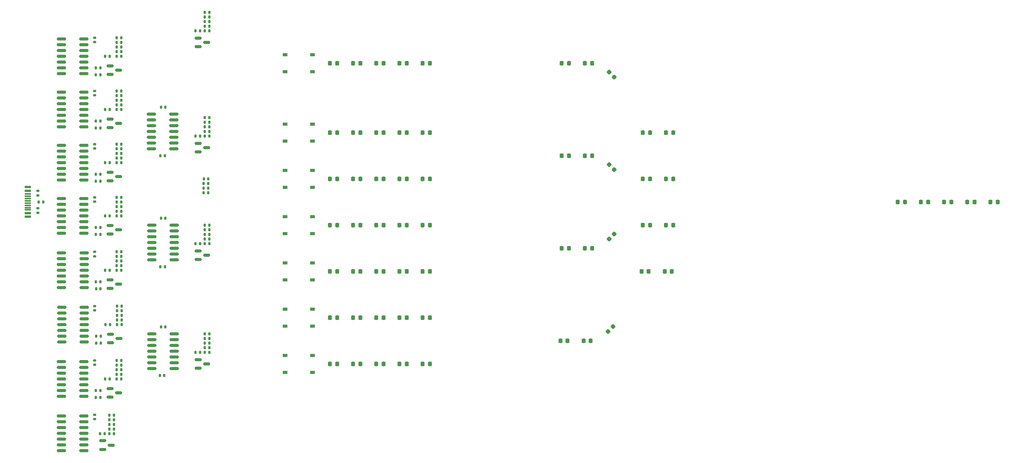
<source format=gbr>
%TF.GenerationSoftware,KiCad,Pcbnew,(6.0.9)*%
%TF.CreationDate,2022-11-25T00:28:20+02:00*%
%TF.ProjectId,maru-logic,6d617275-2d6c-46f6-9769-632e6b696361,rev?*%
%TF.SameCoordinates,Original*%
%TF.FileFunction,Paste,Top*%
%TF.FilePolarity,Positive*%
%FSLAX46Y46*%
G04 Gerber Fmt 4.6, Leading zero omitted, Abs format (unit mm)*
G04 Created by KiCad (PCBNEW (6.0.9)) date 2022-11-25 00:28:20*
%MOMM*%
%LPD*%
G01*
G04 APERTURE LIST*
G04 Aperture macros list*
%AMRoundRect*
0 Rectangle with rounded corners*
0 $1 Rounding radius*
0 $2 $3 $4 $5 $6 $7 $8 $9 X,Y pos of 4 corners*
0 Add a 4 corners polygon primitive as box body*
4,1,4,$2,$3,$4,$5,$6,$7,$8,$9,$2,$3,0*
0 Add four circle primitives for the rounded corners*
1,1,$1+$1,$2,$3*
1,1,$1+$1,$4,$5*
1,1,$1+$1,$6,$7*
1,1,$1+$1,$8,$9*
0 Add four rect primitives between the rounded corners*
20,1,$1+$1,$2,$3,$4,$5,0*
20,1,$1+$1,$4,$5,$6,$7,0*
20,1,$1+$1,$6,$7,$8,$9,0*
20,1,$1+$1,$8,$9,$2,$3,0*%
G04 Aperture macros list end*
%ADD10RoundRect,0.218750X-0.218750X-0.256250X0.218750X-0.256250X0.218750X0.256250X-0.218750X0.256250X0*%
%ADD11RoundRect,0.218750X-0.335876X-0.026517X-0.026517X-0.335876X0.335876X0.026517X0.026517X0.335876X0*%
%ADD12RoundRect,0.218750X0.026517X-0.335876X0.335876X-0.026517X-0.026517X0.335876X-0.335876X0.026517X0*%
%ADD13RoundRect,0.135000X0.135000X0.185000X-0.135000X0.185000X-0.135000X-0.185000X0.135000X-0.185000X0*%
%ADD14RoundRect,0.140000X-0.140000X-0.170000X0.140000X-0.170000X0.140000X0.170000X-0.140000X0.170000X0*%
%ADD15RoundRect,0.150000X-0.587500X-0.150000X0.587500X-0.150000X0.587500X0.150000X-0.587500X0.150000X0*%
%ADD16R,1.000000X0.750000*%
%ADD17R,1.450000X0.600000*%
%ADD18R,1.450000X0.300000*%
%ADD19RoundRect,0.140000X0.140000X0.170000X-0.140000X0.170000X-0.140000X-0.170000X0.140000X-0.170000X0*%
%ADD20RoundRect,0.150000X-0.825000X-0.150000X0.825000X-0.150000X0.825000X0.150000X-0.825000X0.150000X0*%
%ADD21RoundRect,0.135000X-0.135000X-0.185000X0.135000X-0.185000X0.135000X0.185000X-0.135000X0.185000X0*%
%ADD22RoundRect,0.140000X-0.170000X0.140000X-0.170000X-0.140000X0.170000X-0.140000X0.170000X0.140000X0*%
%ADD23RoundRect,0.135000X0.185000X-0.135000X0.185000X0.135000X-0.185000X0.135000X-0.185000X-0.135000X0*%
%ADD24RoundRect,0.135000X-0.185000X0.135000X-0.185000X-0.135000X0.185000X-0.135000X0.185000X0.135000X0*%
G04 APERTURE END LIST*
D10*
%TO.C,D60*%
X136372500Y-81280000D03*
X137947500Y-81280000D03*
%TD*%
%TO.C,D59*%
X131292500Y-81280000D03*
X132867500Y-81280000D03*
%TD*%
%TO.C,D58*%
X126212500Y-81280000D03*
X127787500Y-81280000D03*
%TD*%
%TO.C,D57*%
X121132500Y-81280000D03*
X122707500Y-81280000D03*
%TD*%
%TO.C,D56*%
X116052500Y-81280000D03*
X117627500Y-81280000D03*
%TD*%
%TO.C,D55*%
X136372500Y-71120000D03*
X137947500Y-71120000D03*
%TD*%
%TO.C,D54*%
X131292500Y-71120000D03*
X132867500Y-71120000D03*
%TD*%
%TO.C,D53*%
X126212500Y-71120000D03*
X127787500Y-71120000D03*
%TD*%
%TO.C,D52*%
X121132500Y-71120000D03*
X122707500Y-71120000D03*
%TD*%
%TO.C,D51*%
X116052500Y-71120000D03*
X117627500Y-71120000D03*
%TD*%
%TO.C,D50*%
X136372500Y-60960000D03*
X137947500Y-60960000D03*
%TD*%
%TO.C,D49*%
X131292500Y-60960000D03*
X132867500Y-60960000D03*
%TD*%
%TO.C,D48*%
X126212500Y-60960000D03*
X127787500Y-60960000D03*
%TD*%
%TO.C,D47*%
X121132500Y-60960000D03*
X122707500Y-60960000D03*
%TD*%
%TO.C,D46*%
X116052500Y-60960000D03*
X117627500Y-60960000D03*
%TD*%
%TO.C,D45*%
X136372500Y-50800000D03*
X137947500Y-50800000D03*
%TD*%
%TO.C,D44*%
X131292500Y-50800000D03*
X132867500Y-50800000D03*
%TD*%
%TO.C,D43*%
X126212500Y-50800000D03*
X127787500Y-50800000D03*
%TD*%
%TO.C,D42*%
X121132500Y-50800000D03*
X122707500Y-50800000D03*
%TD*%
%TO.C,D41*%
X116052500Y-50800000D03*
X117627500Y-50800000D03*
%TD*%
%TO.C,D40*%
X136372500Y-101600000D03*
X137947500Y-101600000D03*
%TD*%
%TO.C,D39*%
X131292500Y-101600000D03*
X132867500Y-101600000D03*
%TD*%
%TO.C,D38*%
X126212500Y-101600000D03*
X127787500Y-101600000D03*
%TD*%
%TO.C,D37*%
X121132500Y-101600000D03*
X122707500Y-101600000D03*
%TD*%
%TO.C,D36*%
X116052500Y-101600000D03*
X117627500Y-101600000D03*
%TD*%
%TO.C,D35*%
X136372500Y-91440000D03*
X137947500Y-91440000D03*
%TD*%
%TO.C,D34*%
X131292500Y-91440000D03*
X132867500Y-91440000D03*
%TD*%
%TO.C,D33*%
X126212500Y-91440000D03*
X127787500Y-91440000D03*
%TD*%
%TO.C,D32*%
X121132500Y-91440000D03*
X122707500Y-91440000D03*
%TD*%
%TO.C,D31*%
X116052500Y-91440000D03*
X117627500Y-91440000D03*
%TD*%
%TO.C,D30*%
X136372500Y-35560000D03*
X137947500Y-35560000D03*
%TD*%
%TO.C,D29*%
X131292500Y-35560000D03*
X132867500Y-35560000D03*
%TD*%
%TO.C,D28*%
X126212500Y-35560000D03*
X127787500Y-35560000D03*
%TD*%
%TO.C,D27*%
X121132500Y-35560000D03*
X122707500Y-35560000D03*
%TD*%
%TO.C,D26*%
X116052500Y-35560000D03*
X117627500Y-35560000D03*
%TD*%
%TO.C,D25*%
X260832500Y-66040000D03*
X262407500Y-66040000D03*
%TD*%
%TO.C,D24*%
X255752500Y-66040000D03*
X257327500Y-66040000D03*
%TD*%
%TO.C,D23*%
X250672500Y-66040000D03*
X252247500Y-66040000D03*
%TD*%
%TO.C,D22*%
X245592500Y-66040000D03*
X247167500Y-66040000D03*
%TD*%
%TO.C,D21*%
X240512500Y-66040000D03*
X242087500Y-66040000D03*
%TD*%
%TO.C,D20*%
X189712500Y-50800000D03*
X191287500Y-50800000D03*
%TD*%
%TO.C,D19*%
X184632500Y-50800000D03*
X186207500Y-50800000D03*
%TD*%
D11*
%TO.C,D18*%
X177243153Y-37543153D03*
X178356847Y-38656847D03*
%TD*%
D10*
%TO.C,D17*%
X171932500Y-35560000D03*
X173507500Y-35560000D03*
%TD*%
%TO.C,D16*%
X166852500Y-35560000D03*
X168427500Y-35560000D03*
%TD*%
%TO.C,D15*%
X189712500Y-71120000D03*
X191287500Y-71120000D03*
%TD*%
%TO.C,D14*%
X184632500Y-71120000D03*
X186207500Y-71120000D03*
%TD*%
D12*
%TO.C,D13*%
X177243153Y-74216847D03*
X178356847Y-73103153D03*
%TD*%
D10*
%TO.C,D12*%
X171932500Y-76200000D03*
X173507500Y-76200000D03*
%TD*%
%TO.C,D11*%
X166852500Y-76200000D03*
X168427500Y-76200000D03*
%TD*%
%TO.C,D10*%
X189712500Y-60960000D03*
X191287500Y-60960000D03*
%TD*%
%TO.C,D9*%
X184632500Y-60960000D03*
X186207500Y-60960000D03*
%TD*%
D11*
%TO.C,D8*%
X177243153Y-57863153D03*
X178356847Y-58976847D03*
%TD*%
D10*
%TO.C,D7*%
X171932500Y-55880000D03*
X173507500Y-55880000D03*
%TD*%
%TO.C,D6*%
X166852500Y-55880000D03*
X168427500Y-55880000D03*
%TD*%
%TO.C,D5*%
X189433000Y-81280000D03*
X191008000Y-81280000D03*
%TD*%
%TO.C,D4*%
X184353000Y-81280000D03*
X185928000Y-81280000D03*
%TD*%
D12*
%TO.C,D3*%
X176963653Y-94536847D03*
X178077347Y-93423153D03*
%TD*%
D10*
%TO.C,D2*%
X171653000Y-96520000D03*
X173228000Y-96520000D03*
%TD*%
%TO.C,D1*%
X166573000Y-96520000D03*
X168148000Y-96520000D03*
%TD*%
D13*
%TO.C,R15*%
X89631000Y-98044000D03*
X88611000Y-98044000D03*
%TD*%
%TO.C,R56*%
X70325000Y-104902000D03*
X69305000Y-104902000D03*
%TD*%
D14*
%TO.C,C19*%
X64763000Y-108966000D03*
X65723000Y-108966000D03*
%TD*%
D13*
%TO.C,R30*%
X89629000Y-71120000D03*
X88609000Y-71120000D03*
%TD*%
D15*
%TO.C,Q11*%
X67861500Y-71186000D03*
X67861500Y-73086000D03*
X69736500Y-72136000D03*
%TD*%
D16*
%TO.C,SW1*%
X112220000Y-33685000D03*
X106220000Y-33685000D03*
X106220000Y-37435000D03*
X112220000Y-37435000D03*
%TD*%
D17*
%TO.C,J1*%
X49810000Y-62790000D03*
X49810000Y-63590000D03*
D18*
X49810000Y-64790000D03*
X49810000Y-65790000D03*
X49810000Y-66290000D03*
X49810000Y-67290000D03*
D17*
X49810000Y-68490000D03*
X49810000Y-69290000D03*
X49810000Y-69290000D03*
X49810000Y-68490000D03*
D18*
X49810000Y-67790000D03*
X49810000Y-66790000D03*
X49810000Y-65290000D03*
X49810000Y-64290000D03*
D17*
X49810000Y-63590000D03*
X49810000Y-62790000D03*
%TD*%
D13*
%TO.C,R27*%
X89629000Y-74168000D03*
X88609000Y-74168000D03*
%TD*%
%TO.C,R8*%
X65753000Y-107442000D03*
X64733000Y-107442000D03*
%TD*%
%TO.C,R64*%
X70327000Y-43688000D03*
X69307000Y-43688000D03*
%TD*%
D19*
%TO.C,C12*%
X79728000Y-104140000D03*
X78768000Y-104140000D03*
%TD*%
D20*
%TO.C,U4*%
X57175701Y-113034299D03*
X57175701Y-114304299D03*
X57175701Y-115574299D03*
X57175701Y-116844299D03*
X57175701Y-118114299D03*
X57175701Y-119384299D03*
X57175701Y-120654299D03*
X62125701Y-120654299D03*
X62125701Y-119384299D03*
X62125701Y-118114299D03*
X62125701Y-116844299D03*
X62125701Y-115574299D03*
X62125701Y-114304299D03*
X62125701Y-113034299D03*
%TD*%
D13*
%TO.C,R77*%
X70323000Y-66040000D03*
X69303000Y-66040000D03*
%TD*%
D21*
%TO.C,R49*%
X66843500Y-92964000D03*
X67863500Y-92964000D03*
%TD*%
D13*
%TO.C,R62*%
X70327000Y-45720000D03*
X69307000Y-45720000D03*
%TD*%
%TO.C,R46*%
X70325000Y-32004000D03*
X69305000Y-32004000D03*
%TD*%
D22*
%TO.C,C9*%
X64516000Y-77018000D03*
X64516000Y-77978000D03*
%TD*%
D13*
%TO.C,R9*%
X65755000Y-48260000D03*
X64735000Y-48260000D03*
%TD*%
D14*
%TO.C,C18*%
X64841500Y-97028000D03*
X65801500Y-97028000D03*
%TD*%
D15*
%TO.C,Q3*%
X87165500Y-76774000D03*
X87165500Y-78674000D03*
X89040500Y-77724000D03*
%TD*%
D14*
%TO.C,C22*%
X64763000Y-73152000D03*
X65723000Y-73152000D03*
%TD*%
D13*
%TO.C,R50*%
X70403500Y-92964000D03*
X69383500Y-92964000D03*
%TD*%
D21*
%TO.C,R61*%
X66767000Y-45720000D03*
X67787000Y-45720000D03*
%TD*%
D13*
%TO.C,R24*%
X89629000Y-47498000D03*
X88609000Y-47498000D03*
%TD*%
%TO.C,R2*%
X89410000Y-62992000D03*
X88390000Y-62992000D03*
%TD*%
D23*
%TO.C,R5*%
X52070000Y-68455000D03*
X52070000Y-67435000D03*
%TD*%
D13*
%TO.C,R80*%
X70357500Y-81026000D03*
X69337500Y-81026000D03*
%TD*%
D22*
%TO.C,C14*%
X64516000Y-112804000D03*
X64516000Y-113764000D03*
%TD*%
D13*
%TO.C,R54*%
X70403500Y-88900000D03*
X69383500Y-88900000D03*
%TD*%
%TO.C,R6*%
X65753000Y-36576000D03*
X64733000Y-36576000D03*
%TD*%
D21*
%TO.C,R1*%
X88390000Y-61976000D03*
X89410000Y-61976000D03*
%TD*%
D13*
%TO.C,R78*%
X70325000Y-65024000D03*
X69305000Y-65024000D03*
%TD*%
D22*
%TO.C,C5*%
X64516000Y-53368000D03*
X64516000Y-54328000D03*
%TD*%
D19*
%TO.C,C16*%
X79855000Y-80264000D03*
X78895000Y-80264000D03*
%TD*%
D13*
%TO.C,R28*%
X89629000Y-73152000D03*
X88609000Y-73152000D03*
%TD*%
%TO.C,R74*%
X70325000Y-69088000D03*
X69305000Y-69088000D03*
%TD*%
%TO.C,R58*%
X70325000Y-102870000D03*
X69305000Y-102870000D03*
%TD*%
%TO.C,R84*%
X70357500Y-76962000D03*
X69337500Y-76962000D03*
%TD*%
%TO.C,R45*%
X70325000Y-33020000D03*
X69305000Y-33020000D03*
%TD*%
%TO.C,R57*%
X70325000Y-103886000D03*
X69305000Y-103886000D03*
%TD*%
D15*
%TO.C,Q12*%
X67894000Y-83124000D03*
X67894000Y-85024000D03*
X69769000Y-84074000D03*
%TD*%
D13*
%TO.C,R20*%
X89629000Y-51562000D03*
X88609000Y-51562000D03*
%TD*%
D14*
%TO.C,C17*%
X64763000Y-38100000D03*
X65723000Y-38100000D03*
%TD*%
D21*
%TO.C,R67*%
X66765000Y-57404000D03*
X67785000Y-57404000D03*
%TD*%
D19*
%TO.C,C8*%
X79855000Y-55880000D03*
X78895000Y-55880000D03*
%TD*%
D13*
%TO.C,R51*%
X70403500Y-91948000D03*
X69383500Y-91948000D03*
%TD*%
D15*
%TO.C,Q1*%
X87165500Y-100650000D03*
X87165500Y-102550000D03*
X89040500Y-101600000D03*
%TD*%
D14*
%TO.C,C21*%
X64763000Y-61468000D03*
X65723000Y-61468000D03*
%TD*%
D13*
%TO.C,R42*%
X68718201Y-112846299D03*
X67698201Y-112846299D03*
%TD*%
D24*
%TO.C,R4*%
X52070000Y-63625000D03*
X52070000Y-64645000D03*
%TD*%
D16*
%TO.C,SW3*%
X106220000Y-99725000D03*
X112220000Y-99725000D03*
X112220000Y-103475000D03*
X106220000Y-103475000D03*
%TD*%
D20*
%TO.C,U9*%
X57180000Y-53594000D03*
X57180000Y-54864000D03*
X57180000Y-56134000D03*
X57180000Y-57404000D03*
X57180000Y-58674000D03*
X57180000Y-59944000D03*
X57180000Y-61214000D03*
X62130000Y-61214000D03*
X62130000Y-59944000D03*
X62130000Y-58674000D03*
X62130000Y-57404000D03*
X62130000Y-56134000D03*
X62130000Y-54864000D03*
X62130000Y-53594000D03*
%TD*%
D13*
%TO.C,R41*%
X68718201Y-113862299D03*
X67698201Y-113862299D03*
%TD*%
%TO.C,R39*%
X68718201Y-115894299D03*
X67698201Y-115894299D03*
%TD*%
%TO.C,R40*%
X68718201Y-114878299D03*
X67698201Y-114878299D03*
%TD*%
D19*
%TO.C,C11*%
X79982000Y-45212000D03*
X79022000Y-45212000D03*
%TD*%
D22*
%TO.C,C10*%
X64516000Y-88928000D03*
X64516000Y-89888000D03*
%TD*%
D16*
%TO.C,SW6*%
X112220000Y-69245000D03*
X106220000Y-69245000D03*
X112220000Y-72995000D03*
X106220000Y-72995000D03*
%TD*%
D13*
%TO.C,R11*%
X65753000Y-71628000D03*
X64733000Y-71628000D03*
%TD*%
D20*
%TO.C,U3*%
X76992000Y-94996000D03*
X76992000Y-96266000D03*
X76992000Y-97536000D03*
X76992000Y-98806000D03*
X76992000Y-100076000D03*
X76992000Y-101346000D03*
X76992000Y-102616000D03*
X81942000Y-102616000D03*
X81942000Y-101346000D03*
X81942000Y-100076000D03*
X81942000Y-98806000D03*
X81942000Y-97536000D03*
X81942000Y-96266000D03*
X81942000Y-94996000D03*
%TD*%
D13*
%TO.C,R72*%
X70325000Y-53340000D03*
X69305000Y-53340000D03*
%TD*%
%TO.C,R65*%
X70325000Y-42672000D03*
X69305000Y-42672000D03*
%TD*%
%TO.C,R68*%
X70325000Y-57404000D03*
X69305000Y-57404000D03*
%TD*%
%TO.C,R82*%
X70357500Y-78994000D03*
X69337500Y-78994000D03*
%TD*%
D14*
%TO.C,C23*%
X64795500Y-85090000D03*
X65755500Y-85090000D03*
%TD*%
%TO.C,C20*%
X64765000Y-49784000D03*
X65725000Y-49784000D03*
%TD*%
D16*
%TO.C,SW2*%
X112220000Y-89565000D03*
X106220000Y-89565000D03*
X106220000Y-93315000D03*
X112220000Y-93315000D03*
%TD*%
D15*
%TO.C,Q6*%
X67861500Y-36134000D03*
X67861500Y-38034000D03*
X69736500Y-37084000D03*
%TD*%
D13*
%TO.C,R59*%
X70323000Y-101854000D03*
X69303000Y-101854000D03*
%TD*%
D15*
%TO.C,Q9*%
X67863500Y-47818000D03*
X67863500Y-49718000D03*
X69738500Y-48768000D03*
%TD*%
D20*
%TO.C,U10*%
X57180000Y-65278000D03*
X57180000Y-66548000D03*
X57180000Y-67818000D03*
X57180000Y-69088000D03*
X57180000Y-70358000D03*
X57180000Y-71628000D03*
X57180000Y-72898000D03*
X62130000Y-72898000D03*
X62130000Y-71628000D03*
X62130000Y-70358000D03*
X62130000Y-69088000D03*
X62130000Y-67818000D03*
X62130000Y-66548000D03*
X62130000Y-65278000D03*
%TD*%
D13*
%TO.C,R60*%
X70325000Y-100838000D03*
X69305000Y-100838000D03*
%TD*%
%TO.C,R76*%
X70325000Y-67056000D03*
X69305000Y-67056000D03*
%TD*%
%TO.C,R7*%
X65831500Y-95504000D03*
X64811500Y-95504000D03*
%TD*%
D14*
%TO.C,C4*%
X88420000Y-60960000D03*
X89380000Y-60960000D03*
%TD*%
D21*
%TO.C,R19*%
X86577000Y-51562000D03*
X87597000Y-51562000D03*
%TD*%
D13*
%TO.C,R52*%
X70403500Y-90932000D03*
X69383500Y-90932000D03*
%TD*%
%TO.C,R83*%
X70355500Y-77978000D03*
X69335500Y-77978000D03*
%TD*%
D21*
%TO.C,R55*%
X66765000Y-104902000D03*
X67785000Y-104902000D03*
%TD*%
D13*
%TO.C,R18*%
X89627000Y-94996000D03*
X88607000Y-94996000D03*
%TD*%
D16*
%TO.C,SW7*%
X106220000Y-79405000D03*
X112220000Y-79405000D03*
X106220000Y-83155000D03*
X112220000Y-83155000D03*
%TD*%
%TO.C,SW5*%
X106220000Y-59085000D03*
X112220000Y-59085000D03*
X106220000Y-62835000D03*
X112220000Y-62835000D03*
%TD*%
D13*
%TO.C,R33*%
X89631000Y-27432000D03*
X88611000Y-27432000D03*
%TD*%
%TO.C,R48*%
X70325000Y-29972000D03*
X69305000Y-29972000D03*
%TD*%
D21*
%TO.C,R73*%
X66765000Y-69088000D03*
X67785000Y-69088000D03*
%TD*%
%TO.C,R37*%
X65666201Y-116910299D03*
X66686201Y-116910299D03*
%TD*%
D13*
%TO.C,R44*%
X70325000Y-34036000D03*
X69305000Y-34036000D03*
%TD*%
D15*
%TO.C,Q5*%
X66254701Y-118500299D03*
X66254701Y-120400299D03*
X68129701Y-119450299D03*
%TD*%
D13*
%TO.C,R34*%
X89629000Y-26416000D03*
X88609000Y-26416000D03*
%TD*%
%TO.C,R47*%
X70323000Y-30988000D03*
X69303000Y-30988000D03*
%TD*%
D20*
%TO.C,U8*%
X57182000Y-41910000D03*
X57182000Y-43180000D03*
X57182000Y-44450000D03*
X57182000Y-45720000D03*
X57182000Y-46990000D03*
X57182000Y-48260000D03*
X57182000Y-49530000D03*
X62132000Y-49530000D03*
X62132000Y-48260000D03*
X62132000Y-46990000D03*
X62132000Y-45720000D03*
X62132000Y-44450000D03*
X62132000Y-43180000D03*
X62132000Y-41910000D03*
%TD*%
D22*
%TO.C,C13*%
X64516000Y-100866000D03*
X64516000Y-101826000D03*
%TD*%
D16*
%TO.C,SW4*%
X112220000Y-48925000D03*
X106220000Y-48925000D03*
X106220000Y-52675000D03*
X112220000Y-52675000D03*
%TD*%
D21*
%TO.C,R31*%
X86577000Y-28448000D03*
X87597000Y-28448000D03*
%TD*%
D13*
%TO.C,R12*%
X65785500Y-83566000D03*
X64765500Y-83566000D03*
%TD*%
%TO.C,R69*%
X70325000Y-56388000D03*
X69305000Y-56388000D03*
%TD*%
%TO.C,R63*%
X70327000Y-44704000D03*
X69307000Y-44704000D03*
%TD*%
%TO.C,R53*%
X70401500Y-89916000D03*
X69381500Y-89916000D03*
%TD*%
D19*
%TO.C,C15*%
X53185000Y-66040000D03*
X52225000Y-66040000D03*
%TD*%
D20*
%TO.C,U1*%
X76927000Y-46736000D03*
X76927000Y-48006000D03*
X76927000Y-49276000D03*
X76927000Y-50546000D03*
X76927000Y-51816000D03*
X76927000Y-53086000D03*
X76927000Y-54356000D03*
X81877000Y-54356000D03*
X81877000Y-53086000D03*
X81877000Y-51816000D03*
X81877000Y-50546000D03*
X81877000Y-49276000D03*
X81877000Y-48006000D03*
X81877000Y-46736000D03*
%TD*%
D13*
%TO.C,R14*%
X89631000Y-99060000D03*
X88611000Y-99060000D03*
%TD*%
%TO.C,R38*%
X68718201Y-116910299D03*
X67698201Y-116910299D03*
%TD*%
%TO.C,R32*%
X89631000Y-28448000D03*
X88611000Y-28448000D03*
%TD*%
D22*
%TO.C,C2*%
X64516000Y-41684000D03*
X64516000Y-42644000D03*
%TD*%
D19*
%TO.C,C7*%
X79982000Y-69596000D03*
X79022000Y-69596000D03*
%TD*%
D15*
%TO.C,Q10*%
X67861500Y-59502000D03*
X67861500Y-61402000D03*
X69736500Y-60452000D03*
%TD*%
D13*
%TO.C,R81*%
X70357500Y-80010000D03*
X69337500Y-80010000D03*
%TD*%
%TO.C,R17*%
X89629000Y-96012000D03*
X88609000Y-96012000D03*
%TD*%
D21*
%TO.C,R13*%
X86575000Y-99060000D03*
X87595000Y-99060000D03*
%TD*%
D20*
%TO.C,U7*%
X57180000Y-101092000D03*
X57180000Y-102362000D03*
X57180000Y-103632000D03*
X57180000Y-104902000D03*
X57180000Y-106172000D03*
X57180000Y-107442000D03*
X57180000Y-108712000D03*
X62130000Y-108712000D03*
X62130000Y-107442000D03*
X62130000Y-106172000D03*
X62130000Y-104902000D03*
X62130000Y-103632000D03*
X62130000Y-102362000D03*
X62130000Y-101092000D03*
%TD*%
%TO.C,U11*%
X57212500Y-77216000D03*
X57212500Y-78486000D03*
X57212500Y-79756000D03*
X57212500Y-81026000D03*
X57212500Y-82296000D03*
X57212500Y-83566000D03*
X57212500Y-84836000D03*
X62162500Y-84836000D03*
X62162500Y-83566000D03*
X62162500Y-82296000D03*
X62162500Y-81026000D03*
X62162500Y-79756000D03*
X62162500Y-78486000D03*
X62162500Y-77216000D03*
%TD*%
D15*
%TO.C,Q7*%
X67940000Y-95062000D03*
X67940000Y-96962000D03*
X69815000Y-96012000D03*
%TD*%
D13*
%TO.C,R36*%
X89627000Y-24384000D03*
X88607000Y-24384000D03*
%TD*%
D15*
%TO.C,Q8*%
X67861500Y-107000000D03*
X67861500Y-108900000D03*
X69736500Y-107950000D03*
%TD*%
D13*
%TO.C,R16*%
X89629000Y-97028000D03*
X88609000Y-97028000D03*
%TD*%
%TO.C,R66*%
X70327000Y-41656000D03*
X69307000Y-41656000D03*
%TD*%
D22*
%TO.C,C6*%
X64516000Y-65023999D03*
X64516000Y-65983999D03*
%TD*%
D20*
%TO.C,U2*%
X76992000Y-71120000D03*
X76992000Y-72390000D03*
X76992000Y-73660000D03*
X76992000Y-74930000D03*
X76992000Y-76200000D03*
X76992000Y-77470000D03*
X76992000Y-78740000D03*
X81942000Y-78740000D03*
X81942000Y-77470000D03*
X81942000Y-76200000D03*
X81942000Y-74930000D03*
X81942000Y-73660000D03*
X81942000Y-72390000D03*
X81942000Y-71120000D03*
%TD*%
D13*
%TO.C,R29*%
X89629000Y-72136000D03*
X88609000Y-72136000D03*
%TD*%
D22*
%TO.C,C1*%
X64516000Y-30000000D03*
X64516000Y-30960000D03*
%TD*%
D13*
%TO.C,R35*%
X89629000Y-25400000D03*
X88609000Y-25400000D03*
%TD*%
D15*
%TO.C,Q2*%
X87165500Y-53152000D03*
X87165500Y-55052000D03*
X89040500Y-54102000D03*
%TD*%
D13*
%TO.C,R21*%
X89629000Y-50546000D03*
X88609000Y-50546000D03*
%TD*%
D19*
%TO.C,C3*%
X79982000Y-93472000D03*
X79022000Y-93472000D03*
%TD*%
D13*
%TO.C,R71*%
X70323000Y-54356000D03*
X69303000Y-54356000D03*
%TD*%
%TO.C,R23*%
X89629000Y-48514000D03*
X88609000Y-48514000D03*
%TD*%
D21*
%TO.C,R43*%
X66765000Y-34036000D03*
X67785000Y-34036000D03*
%TD*%
D13*
%TO.C,R10*%
X65753000Y-59944000D03*
X64733000Y-59944000D03*
%TD*%
%TO.C,R26*%
X89629000Y-75184000D03*
X88609000Y-75184000D03*
%TD*%
D21*
%TO.C,R3*%
X88390000Y-64008000D03*
X89410000Y-64008000D03*
%TD*%
D13*
%TO.C,R75*%
X70325000Y-68072000D03*
X69305000Y-68072000D03*
%TD*%
D20*
%TO.C,U5*%
X57180000Y-30226000D03*
X57180000Y-31496000D03*
X57180000Y-32766000D03*
X57180000Y-34036000D03*
X57180000Y-35306000D03*
X57180000Y-36576000D03*
X57180000Y-37846000D03*
X62130000Y-37846000D03*
X62130000Y-36576000D03*
X62130000Y-35306000D03*
X62130000Y-34036000D03*
X62130000Y-32766000D03*
X62130000Y-31496000D03*
X62130000Y-30226000D03*
%TD*%
D15*
%TO.C,Q4*%
X87165500Y-30038000D03*
X87165500Y-31938000D03*
X89040500Y-30988000D03*
%TD*%
D20*
%TO.C,U6*%
X57258500Y-89154000D03*
X57258500Y-90424000D03*
X57258500Y-91694000D03*
X57258500Y-92964000D03*
X57258500Y-94234000D03*
X57258500Y-95504000D03*
X57258500Y-96774000D03*
X62208500Y-96774000D03*
X62208500Y-95504000D03*
X62208500Y-94234000D03*
X62208500Y-92964000D03*
X62208500Y-91694000D03*
X62208500Y-90424000D03*
X62208500Y-89154000D03*
%TD*%
D21*
%TO.C,R25*%
X86577000Y-75184000D03*
X87597000Y-75184000D03*
%TD*%
D13*
%TO.C,R22*%
X89629000Y-49530000D03*
X88609000Y-49530000D03*
%TD*%
%TO.C,R70*%
X70325000Y-55372000D03*
X69305000Y-55372000D03*
%TD*%
D21*
%TO.C,R79*%
X66797500Y-81026000D03*
X67817500Y-81026000D03*
%TD*%
M02*

</source>
